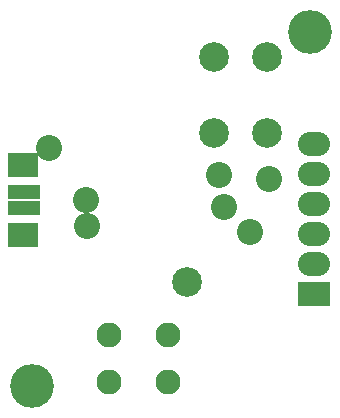
<source format=gbs>
G04 (created by PCBNEW-RS274X (2012-01-19 BZR 3256)-stable) date Fri 09 Mar 2012 12:00:35 PM CET*
G01*
G70*
G90*
%MOIN*%
G04 Gerber Fmt 3.4, Leading zero omitted, Abs format*
%FSLAX34Y34*%
G04 APERTURE LIST*
%ADD10C,0.006000*%
%ADD11R,0.106600X0.080000*%
%ADD12O,0.106600X0.080000*%
%ADD13C,0.098700*%
%ADD14C,0.083000*%
%ADD15R,0.106600X0.051500*%
%ADD16R,0.098700X0.079100*%
%ADD17C,0.146000*%
%ADD18C,0.087000*%
%ADD19C,0.098800*%
G04 APERTURE END LIST*
G54D10*
G54D11*
X34685Y-29508D03*
G54D12*
X34685Y-28508D03*
X34685Y-27508D03*
X34685Y-26508D03*
X34685Y-25508D03*
X34685Y-24508D03*
G54D13*
X33130Y-24154D03*
X31358Y-21594D03*
X31358Y-24154D03*
X33130Y-21594D03*
G54D14*
X29823Y-30867D03*
X29823Y-32441D03*
X27855Y-30867D03*
X27855Y-32441D03*
G54D15*
X25019Y-26123D03*
X25019Y-26635D03*
G54D16*
X24980Y-25217D03*
X24980Y-27539D03*
G54D17*
X34547Y-20768D03*
X25295Y-32579D03*
G54D18*
X25862Y-24629D03*
X27084Y-26358D03*
G54D19*
X30442Y-29117D03*
G54D18*
X32533Y-27432D03*
X31681Y-26614D03*
X33183Y-25659D03*
X27105Y-27245D03*
X31507Y-25537D03*
M02*

</source>
